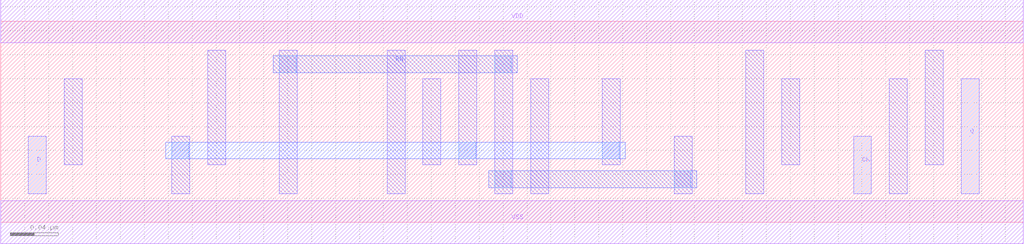
<source format=lef>
VERSION 5.8 ;
BUSBITCHARS "[]" ;
DIVIDERCHAR "/" ;
CLEARANCEMEASURE EUCLIDEAN ;

SITE coresite
    SIZE 0.0450 BY 0.1680 ;
    CLASS CORE ;
    SYMMETRY Y ;
END coresite

MACRO AOI22_X2_7T_3F_45CPP_24M0P_30M1P_24M2P_2MPO_ET_M0
  CLASS CORE ;
  ORIGIN 0 0 ;
  FOREIGN AOI22_X2_7T_3F_45CPP_24M0P_30M1P_24M2P_2MPO_ET_M0 0 0 ;
  SIZE 0.4500 BY 0.1680 ;
  SYMMETRY X Y ;
  SITE coresite ;
  PIN A1
    DIRECTION INPUT ;
    USE SIGNAL ;
    PORT
      LAYER M1 ;
        RECT 0.3825 0.0960 0.3975 0.0480 ;
    END
  END A1
  PIN A2
    DIRECTION INPUT ;
    USE SIGNAL ;
    PORT
      LAYER M1 ;
        RECT 0.2625 0.0720 0.2775 0.0240 ;
    END
  END A2
  PIN ZN
    DIRECTION OUTPUT ;
    USE SIGNAL ;
    PORT
      LAYER M1 ;
        RECT 0.3525 0.1440 0.3675 0.0240 ;
    END
  END ZN
  PIN B1
    DIRECTION INPUT ;
    USE SIGNAL ;
    PORT
      LAYER M1 ;
        RECT 0.0525 0.0960 0.0675 0.0480 ;
    END
  END B1
  PIN B2
    DIRECTION INPUT ;
    USE SIGNAL ;
    PORT
      LAYER M1 ;
        RECT 0.1725 0.0720 0.1875 0.0240 ;
    END
  END B2
  PIN VDD
    DIRECTION INOUT ;
    USE POWER ;
    SHAPE ABUTMENT ;
    PORT
      LAYER M0 ;
        RECT 0.0000 0.1500 0.4500 0.1860 ;
    END
  END VDD
  PIN VSS
    DIRECTION INOUT ;
    USE GROUND ;
    SHAPE ABUTMENT ;
    PORT
      LAYER M0 ;
        RECT 0.0000 -0.0180 0.4500 0.0180 ;
    END
  END VSS
  OBS
      LAYER M1 ;
        RECT 0.0225 0.0720 0.0375 0.0240 ;
        RECT 0.2025 0.1440 0.2175 0.0960 ;
        RECT 0.4125 0.0720 0.4275 0.0240 ;
        RECT 0.1425 0.1200 0.1575 0.0720 ;
        RECT 0.0825 0.1200 0.0975 0.0240 ;
        RECT 0.2925 0.1440 0.3075 0.0720 ;
  END
END AOI22_X2_7T_3F_45CPP_24M0P_30M1P_24M2P_2MPO_ET_M0

MACRO NAND2_X2_7T_3F_45CPP_24M0P_30M1P_24M2P_2MPO_ET_M0
  CLASS CORE ;
  ORIGIN 0 0 ;
  FOREIGN NAND2_X2_7T_3F_45CPP_24M0P_30M1P_24M2P_2MPO_ET_M0 0 0 ;
  SIZE 0.2250 BY 0.1680 ;
  SYMMETRY X Y ;
  SITE coresite ;
  PIN A2
    DIRECTION INPUT ;
    USE SIGNAL ;
    PORT
      LAYER M1 ;
        RECT 0.0825 0.0720 0.0975 0.0240 ;
    END
  END A2
  PIN A1
    DIRECTION INPUT ;
    USE SIGNAL ;
    PORT
      LAYER M1 ;
        RECT 0.1725 0.1200 0.1875 0.0720 ;
    END
  END A1
  PIN ZN
    DIRECTION OUTPUT ;
    USE SIGNAL ;
    PORT
      LAYER M1 ;
        RECT 0.1425 0.1200 0.1575 0.0480 ;
    END
  END ZN
  PIN VDD
    DIRECTION INOUT ;
    USE POWER ;
    SHAPE ABUTMENT ;
    PORT
      LAYER M0 ;
        RECT 0.0000 0.1500 0.2250 0.1860 ;
    END
  END VDD
  PIN VSS
    DIRECTION INOUT ;
    USE GROUND ;
    SHAPE ABUTMENT ;
    PORT
      LAYER M0 ;
        RECT 0.0000 -0.0180 0.2250 0.0180 ;
    END
  END VSS
END NAND2_X2_7T_3F_45CPP_24M0P_30M1P_24M2P_2MPO_ET_M0

MACRO BUF_X2_7T_3F_45CPP_24M0P_30M1P_24M2P_2MPO_ET_M0
  CLASS CORE ;
  ORIGIN 0 0 ;
  FOREIGN BUF_X2_7T_3F_45CPP_24M0P_30M1P_24M2P_2MPO_ET_M0 0 0 ;
  SIZE 0.1800 BY 0.1680 ;
  SYMMETRY X Y ;
  SITE coresite ;
  PIN Z
    DIRECTION OUTPUT ;
    USE SIGNAL ;
    PORT
      LAYER M1 ;
        RECT 0.1125 0.1200 0.1275 0.0240 ;
    END
  END Z
  PIN I
    DIRECTION INPUT ;
    USE SIGNAL ;
    PORT
      LAYER M1 ;
        RECT 0.0525 0.0720 0.0675 0.0240 ;
    END
  END I
  PIN VDD
    DIRECTION INOUT ;
    USE POWER ;
    SHAPE ABUTMENT ;
    PORT
      LAYER M0 ;
        RECT 0.0000 0.1500 0.1800 0.1860 ;
    END
  END VDD
  PIN VSS
    DIRECTION INOUT ;
    USE GROUND ;
    SHAPE ABUTMENT ;
    PORT
      LAYER M0 ;
        RECT 0.0000 -0.0180 0.1800 0.0180 ;
    END
  END VSS
  OBS
      LAYER M1 ;
        RECT 0.0225 0.1200 0.0375 0.0480 ;
  END
END BUF_X2_7T_3F_45CPP_24M0P_30M1P_24M2P_2MPO_ET_M0

MACRO NOR3_X1_7T_3F_45CPP_24M0P_30M1P_24M2P_2MPO_ET_M0
  CLASS CORE ;
  ORIGIN 0 0 ;
  FOREIGN NOR3_X1_7T_3F_45CPP_24M0P_30M1P_24M2P_2MPO_ET_M0 0 0 ;
  SIZE 0.1800 BY 0.1680 ;
  SYMMETRY X Y ;
  SITE coresite ;
  PIN A3
    DIRECTION INPUT ;
    USE SIGNAL ;
    PORT
      LAYER M1 ;
        RECT 0.1425 0.0720 0.1575 0.0240 ;
    END
  END A3
  PIN A2
    DIRECTION INPUT ;
    USE SIGNAL ;
    PORT
      LAYER M1 ;
        RECT 0.0825 0.1200 0.0975 0.0720 ;
    END
  END A2
  PIN A1
    DIRECTION INPUT ;
    USE SIGNAL ;
    PORT
      LAYER M1 ;
        RECT 0.0525 0.0720 0.0675 0.0240 ;
    END
  END A1
  PIN ZN
    DIRECTION OUTPUT ;
    USE SIGNAL ;
    PORT
      LAYER M1 ;
        RECT 0.0225 0.1200 0.0375 0.0480 ;
    END
  END ZN
  PIN VDD
    DIRECTION INOUT ;
    USE POWER ;
    SHAPE ABUTMENT ;
    PORT
      LAYER M0 ;
        RECT 0.0000 0.1500 0.1800 0.1860 ;
    END
  END VDD
  PIN VSS
    DIRECTION INOUT ;
    USE GROUND ;
    SHAPE ABUTMENT ;
    PORT
      LAYER M0 ;
        RECT 0.0000 -0.0180 0.1800 0.0180 ;
    END
  END VSS
END NOR3_X1_7T_3F_45CPP_24M0P_30M1P_24M2P_2MPO_ET_M0

MACRO NAND4_X2_7T_3F_45CPP_24M0P_30M1P_24M2P_2MPO_ET_M0
  CLASS CORE ;
  ORIGIN 0 0 ;
  FOREIGN NAND4_X2_7T_3F_45CPP_24M0P_30M1P_24M2P_2MPO_ET_M0 0 0 ;
  SIZE 0.4500 BY 0.1680 ;
  SYMMETRY X Y ;
  SITE coresite ;
  PIN ZN
    DIRECTION OUTPUT ;
    USE SIGNAL ;
    PORT
      LAYER M1 ;
        RECT 0.3525 0.1200 0.3675 0.0240 ;
    END
  END ZN
  PIN A1
    DIRECTION INPUT ;
    USE SIGNAL ;
    PORT
      LAYER M1 ;
        RECT 0.3825 0.0960 0.3975 0.0480 ;
    END
  END A1
  PIN A2
    DIRECTION INPUT ;
    USE SIGNAL ;
    PORT
      LAYER M1 ;
        RECT 0.2625 0.0960 0.2775 0.0480 ;
    END
  END A2
  PIN A3
    DIRECTION INPUT ;
    USE SIGNAL ;
    PORT
      LAYER M1 ;
        RECT 0.0525 0.0960 0.0675 0.0480 ;
    END
  END A3
  PIN A4
    DIRECTION INPUT ;
    USE SIGNAL ;
    PORT
      LAYER M1 ;
        RECT 0.1425 0.0720 0.1575 0.0240 ;
    END
  END A4
  PIN VDD
    DIRECTION INOUT ;
    USE POWER ;
    SHAPE ABUTMENT ;
    PORT
      LAYER M0 ;
        RECT 0.0000 0.1500 0.4500 0.1860 ;
    END
  END VDD
  PIN VSS
    DIRECTION INOUT ;
    USE GROUND ;
    SHAPE ABUTMENT ;
    PORT
      LAYER M0 ;
        RECT 0.0000 -0.0180 0.4500 0.0180 ;
    END
  END VSS
  OBS
      LAYER M1 ;
        RECT 0.0825 0.1440 0.0975 0.0240 ;
        RECT 0.2325 0.1440 0.2475 0.0240 ;
        RECT 0.0225 0.0720 0.0375 0.0240 ;
        RECT 0.4125 0.0720 0.4275 0.0240 ;
  END
END NAND4_X2_7T_3F_45CPP_24M0P_30M1P_24M2P_2MPO_ET_M0

MACRO AND2_X2_7T_3F_45CPP_24M0P_30M1P_24M2P_2MPO_ET_M0
  CLASS CORE ;
  ORIGIN 0 0 ;
  FOREIGN AND2_X2_7T_3F_45CPP_24M0P_30M1P_24M2P_2MPO_ET_M0 0 0 ;
  SIZE 0.2250 BY 0.1680 ;
  SYMMETRY X Y ;
  SITE coresite ;
  PIN Z
    DIRECTION OUTPUT ;
    USE SIGNAL ;
    PORT
      LAYER M1 ;
        RECT 0.1425 0.1200 0.1575 0.0480 ;
    END
  END Z
  PIN A1
    DIRECTION INPUT ;
    USE SIGNAL ;
    PORT
      LAYER M1 ;
        RECT 0.0225 0.0960 0.0375 0.0480 ;
    END
  END A1
  PIN A2
    DIRECTION INPUT ;
    USE SIGNAL ;
    PORT
      LAYER M1 ;
        RECT 0.0825 0.0720 0.0975 0.0240 ;
    END
  END A2
  PIN VDD
    DIRECTION INOUT ;
    USE POWER ;
    SHAPE ABUTMENT ;
    PORT
      LAYER M0 ;
        RECT 0.0000 0.1500 0.2250 0.1860 ;
    END
  END VDD
  PIN VSS
    DIRECTION INOUT ;
    USE GROUND ;
    SHAPE ABUTMENT ;
    PORT
      LAYER M0 ;
        RECT 0.0000 -0.0180 0.2250 0.0180 ;
    END
  END VSS
  OBS
      LAYER M1 ;
        RECT 0.0525 0.1200 0.0675 0.0240 ;
  END
END AND2_X2_7T_3F_45CPP_24M0P_30M1P_24M2P_2MPO_ET_M0

MACRO OR3_X1_7T_3F_45CPP_24M0P_30M1P_24M2P_2MPO_ET_M0
  CLASS CORE ;
  ORIGIN 0 0 ;
  FOREIGN OR3_X1_7T_3F_45CPP_24M0P_30M1P_24M2P_2MPO_ET_M0 0 0 ;
  SIZE 0.2250 BY 0.1680 ;
  SYMMETRY X Y ;
  SITE coresite ;
  PIN Z
    DIRECTION OUTPUT ;
    USE SIGNAL ;
    PORT
      LAYER M1 ;
        RECT 0.1725 0.1200 0.1875 0.0240 ;
    END
  END Z
  PIN A1
    DIRECTION INPUT ;
    USE SIGNAL ;
    PORT
      LAYER M1 ;
        RECT 0.0525 0.0720 0.0675 0.0240 ;
    END
  END A1
  PIN A2
    DIRECTION INPUT ;
    USE SIGNAL ;
    PORT
      LAYER M1 ;
        RECT 0.0825 0.0960 0.0975 0.0480 ;
    END
  END A2
  PIN A3
    DIRECTION INPUT ;
    USE SIGNAL ;
    PORT
      LAYER M1 ;
        RECT 0.1125 0.0720 0.1275 0.0240 ;
    END
  END A3
  PIN VDD
    DIRECTION INOUT ;
    USE POWER ;
    SHAPE ABUTMENT ;
    PORT
      LAYER M0 ;
        RECT 0.0000 0.1500 0.2250 0.1860 ;
    END
  END VDD
  PIN VSS
    DIRECTION INOUT ;
    USE GROUND ;
    SHAPE ABUTMENT ;
    PORT
      LAYER M0 ;
        RECT 0.0000 -0.0180 0.2250 0.0180 ;
    END
  END VSS
  OBS
      LAYER M1 ;
        RECT 0.0225 0.1200 0.0375 0.0480 ;
  END
END OR3_X1_7T_3F_45CPP_24M0P_30M1P_24M2P_2MPO_ET_M0

MACRO OAI22_X1_7T_3F_45CPP_24M0P_30M1P_24M2P_2MPO_ET_M0
  CLASS CORE ;
  ORIGIN 0 0 ;
  FOREIGN OAI22_X1_7T_3F_45CPP_24M0P_30M1P_24M2P_2MPO_ET_M0 0 0 ;
  SIZE 0.2250 BY 0.1680 ;
  SYMMETRY X Y ;
  SITE coresite ;
  PIN A2
    DIRECTION INPUT ;
    USE SIGNAL ;
    PORT
      LAYER M1 ;
        RECT 0.2025 0.0960 0.2175 0.0480 ;
    END
  END A2
  PIN ZN
    DIRECTION OUTPUT ;
    USE SIGNAL ;
    PORT
      LAYER M1 ;
        RECT 0.1725 0.1200 0.1875 0.0480 ;
    END
  END ZN
  PIN A1
    DIRECTION INPUT ;
    USE SIGNAL ;
    PORT
      LAYER M1 ;
        RECT 0.1125 0.0960 0.1275 0.0480 ;
    END
  END A1
  PIN B1
    DIRECTION INPUT ;
    USE SIGNAL ;
    PORT
      LAYER M1 ;
        RECT 0.0825 0.0960 0.0975 0.0480 ;
    END
  END B1
  PIN B2
    DIRECTION INPUT ;
    USE SIGNAL ;
    PORT
      LAYER M1 ;
        RECT 0.0225 0.0720 0.0375 0.0240 ;
    END
  END B2
  PIN VDD
    DIRECTION INOUT ;
    USE POWER ;
    SHAPE ABUTMENT ;
    PORT
      LAYER M0 ;
        RECT 0.0000 0.1500 0.2250 0.1860 ;
    END
  END VDD
  PIN VSS
    DIRECTION INOUT ;
    USE GROUND ;
    SHAPE ABUTMENT ;
    PORT
      LAYER M0 ;
        RECT 0.0000 -0.0180 0.2250 0.0180 ;
    END
  END VSS
END OAI22_X1_7T_3F_45CPP_24M0P_30M1P_24M2P_2MPO_ET_M0

MACRO NOR4_X1_7T_3F_45CPP_24M0P_30M1P_24M2P_2MPO_ET_M0
  CLASS CORE ;
  ORIGIN 0 0 ;
  FOREIGN NOR4_X1_7T_3F_45CPP_24M0P_30M1P_24M2P_2MPO_ET_M0 0 0 ;
  SIZE 0.2250 BY 0.1680 ;
  SYMMETRY X Y ;
  SITE coresite ;
  PIN A4
    DIRECTION INPUT ;
    USE SIGNAL ;
    PORT
      LAYER M1 ;
        RECT 0.1725 0.0720 0.1875 0.0240 ;
    END
  END A4
  PIN A3
    DIRECTION INPUT ;
    USE SIGNAL ;
    PORT
      LAYER M1 ;
        RECT 0.1125 0.0720 0.1275 0.0240 ;
    END
  END A3
  PIN A2
    DIRECTION INPUT ;
    USE SIGNAL ;
    PORT
      LAYER M1 ;
        RECT 0.0825 0.0960 0.0975 0.0480 ;
    END
  END A2
  PIN A1
    DIRECTION INPUT ;
    USE SIGNAL ;
    PORT
      LAYER M1 ;
        RECT 0.0525 0.0720 0.0675 0.0240 ;
    END
  END A1
  PIN ZN
    DIRECTION OUTPUT ;
    USE SIGNAL ;
    PORT
      LAYER M1 ;
        RECT 0.0225 0.1200 0.0375 0.0480 ;
    END
  END ZN
  PIN VDD
    DIRECTION INOUT ;
    USE POWER ;
    SHAPE ABUTMENT ;
    PORT
      LAYER M0 ;
        RECT 0.0000 0.1500 0.2250 0.1860 ;
    END
  END VDD
  PIN VSS
    DIRECTION INOUT ;
    USE GROUND ;
    SHAPE ABUTMENT ;
    PORT
      LAYER M0 ;
        RECT 0.0000 -0.0180 0.2250 0.0180 ;
    END
  END VSS
END NOR4_X1_7T_3F_45CPP_24M0P_30M1P_24M2P_2MPO_ET_M0

MACRO NAND3_X2_7T_3F_45CPP_24M0P_30M1P_24M2P_2MPO_ET_M0
  CLASS CORE ;
  ORIGIN 0 0 ;
  FOREIGN NAND3_X2_7T_3F_45CPP_24M0P_30M1P_24M2P_2MPO_ET_M0 0 0 ;
  SIZE 0.3600 BY 0.1680 ;
  SYMMETRY X Y ;
  SITE coresite ;
  PIN A1
    DIRECTION INPUT ;
    USE SIGNAL ;
    PORT
      LAYER M1 ;
        RECT 0.2325 0.0960 0.2475 0.0480 ;
    END
  END A1
  PIN ZN
    DIRECTION OUTPUT ;
    USE SIGNAL ;
    PORT
      LAYER M1 ;
        RECT 0.2925 0.1440 0.3075 0.0480 ;
    END
  END ZN
  PIN A2
    DIRECTION INPUT ;
    USE SIGNAL ;
    PORT
      LAYER M1 ;
        RECT 0.1425 0.0960 0.1575 0.0480 ;
    END
  END A2
  PIN A3
    DIRECTION INPUT ;
    USE SIGNAL ;
    PORT
      LAYER M1 ;
        RECT 0.0525 0.0960 0.0675 0.0480 ;
    END
  END A3
  PIN VDD
    DIRECTION INOUT ;
    USE POWER ;
    SHAPE ABUTMENT ;
    PORT
      LAYER M0 ;
        RECT 0.0000 0.1500 0.3600 0.1860 ;
    END
  END VDD
  PIN VSS
    DIRECTION INOUT ;
    USE GROUND ;
    SHAPE ABUTMENT ;
    PORT
      LAYER M0 ;
        RECT 0.0000 -0.0180 0.3600 0.0180 ;
    END
  END VSS
  OBS
      LAYER M1 ;
        RECT 0.2625 0.1200 0.2775 0.0240 ;
        RECT 0.1725 0.1200 0.1875 0.0480 ;
  END
END NAND3_X2_7T_3F_45CPP_24M0P_30M1P_24M2P_2MPO_ET_M0

MACRO OAI21_X2_7T_3F_45CPP_24M0P_30M1P_24M2P_2MPO_ET_M0
  CLASS CORE ;
  ORIGIN 0 0 ;
  FOREIGN OAI21_X2_7T_3F_45CPP_24M0P_30M1P_24M2P_2MPO_ET_M0 0 0 ;
  SIZE 0.3600 BY 0.1680 ;
  SYMMETRY X Y ;
  SITE coresite ;
  PIN A2
    DIRECTION INPUT ;
    USE SIGNAL ;
    PORT
      LAYER M1 ;
        RECT 0.0825 0.0960 0.0975 0.0480 ;
    END
  END A2
  PIN A1
    DIRECTION INPUT ;
    USE SIGNAL ;
    PORT
      LAYER M1 ;
        RECT 0.2925 0.0960 0.3075 0.0480 ;
    END
  END A1
  PIN ZN
    DIRECTION OUTPUT ;
    USE SIGNAL ;
    PORT
      LAYER M1 ;
        RECT 0.2625 0.1200 0.2775 0.0240 ;
    END
  END ZN
  PIN B
    DIRECTION INPUT ;
    USE SIGNAL ;
    PORT
      LAYER M1 ;
        RECT 0.1725 0.0720 0.1875 0.0240 ;
    END
  END B
  PIN VDD
    DIRECTION INOUT ;
    USE POWER ;
    SHAPE ABUTMENT ;
    PORT
      LAYER M0 ;
        RECT 0.0000 0.1500 0.3600 0.1860 ;
    END
  END VDD
  PIN VSS
    DIRECTION INOUT ;
    USE GROUND ;
    SHAPE ABUTMENT ;
    PORT
      LAYER M0 ;
        RECT 0.0000 -0.0180 0.3600 0.0180 ;
    END
  END VSS
  OBS
      LAYER M1 ;
        RECT 0.3225 0.0720 0.3375 0.0240 ;
        RECT 0.1125 0.1200 0.1275 0.0240 ;
  END
END OAI21_X2_7T_3F_45CPP_24M0P_30M1P_24M2P_2MPO_ET_M0

MACRO NOR2_X1_7T_3F_45CPP_24M0P_30M1P_24M2P_2MPO_ET_M0
  CLASS CORE ;
  ORIGIN 0 0 ;
  FOREIGN NOR2_X1_7T_3F_45CPP_24M0P_30M1P_24M2P_2MPO_ET_M0 0 0 ;
  SIZE 0.1350 BY 0.1680 ;
  SYMMETRY X Y ;
  SITE coresite ;
  PIN A2
    DIRECTION INPUT ;
    USE SIGNAL ;
    PORT
      LAYER M1 ;
        RECT 0.0825 0.0720 0.0975 0.0240 ;
    END
  END A2
  PIN A1
    DIRECTION INPUT ;
    USE SIGNAL ;
    PORT
      LAYER M1 ;
        RECT 0.0225 0.0720 0.0375 0.0240 ;
    END
  END A1
  PIN ZN
    DIRECTION OUTPUT ;
    USE SIGNAL ;
    PORT
      LAYER M1 ;
        RECT 0.0525 0.1200 0.0675 0.0240 ;
    END
  END ZN
  PIN VDD
    DIRECTION INOUT ;
    USE POWER ;
    SHAPE ABUTMENT ;
    PORT
      LAYER M0 ;
        RECT 0.0000 0.1500 0.1350 0.1860 ;
    END
  END VDD
  PIN VSS
    DIRECTION INOUT ;
    USE GROUND ;
    SHAPE ABUTMENT ;
    PORT
      LAYER M0 ;
        RECT 0.0000 -0.0180 0.1350 0.0180 ;
    END
  END VSS
END NOR2_X1_7T_3F_45CPP_24M0P_30M1P_24M2P_2MPO_ET_M0

MACRO AND3_X2_7T_3F_45CPP_24M0P_30M1P_24M2P_2MPO_ET_M0
  CLASS CORE ;
  ORIGIN 0 0 ;
  FOREIGN AND3_X2_7T_3F_45CPP_24M0P_30M1P_24M2P_2MPO_ET_M0 0 0 ;
  SIZE 0.2700 BY 0.1680 ;
  SYMMETRY X Y ;
  SITE coresite ;
  PIN Z
    DIRECTION OUTPUT ;
    USE SIGNAL ;
    PORT
      LAYER M1 ;
        RECT 0.2025 0.1200 0.2175 0.0240 ;
    END
  END Z
  PIN A3
    DIRECTION INPUT ;
    USE SIGNAL ;
    PORT
      LAYER M1 ;
        RECT 0.1425 0.0720 0.1575 0.0240 ;
    END
  END A3
  PIN A1
    DIRECTION INPUT ;
    USE SIGNAL ;
    PORT
      LAYER M1 ;
        RECT 0.0525 0.1200 0.0675 0.0720 ;
    END
  END A1
  PIN A2
    DIRECTION INPUT ;
    USE SIGNAL ;
    PORT
      LAYER M1 ;
        RECT 0.0825 0.0720 0.0975 0.0240 ;
    END
  END A2
  PIN VDD
    DIRECTION INOUT ;
    USE POWER ;
    SHAPE ABUTMENT ;
    PORT
      LAYER M0 ;
        RECT 0.0000 0.1500 0.2700 0.1860 ;
    END
  END VDD
  PIN VSS
    DIRECTION INOUT ;
    USE GROUND ;
    SHAPE ABUTMENT ;
    PORT
      LAYER M0 ;
        RECT 0.0000 -0.0180 0.2700 0.0180 ;
    END
  END VSS
  OBS
      LAYER M1 ;
        RECT 0.0225 0.1200 0.0375 0.0240 ;
  END
END AND3_X2_7T_3F_45CPP_24M0P_30M1P_24M2P_2MPO_ET_M0

MACRO OR2_X1_7T_3F_45CPP_24M0P_30M1P_24M2P_2MPO_ET_M0
  CLASS CORE ;
  ORIGIN 0 0 ;
  FOREIGN OR2_X1_7T_3F_45CPP_24M0P_30M1P_24M2P_2MPO_ET_M0 0 0 ;
  SIZE 0.1800 BY 0.1680 ;
  SYMMETRY X Y ;
  SITE coresite ;
  PIN Z
    DIRECTION OUTPUT ;
    USE SIGNAL ;
    PORT
      LAYER M1 ;
        RECT 0.1425 0.1200 0.1575 0.0240 ;
    END
  END Z
  PIN A1
    DIRECTION INPUT ;
    USE SIGNAL ;
    PORT
      LAYER M1 ;
        RECT 0.0225 0.0720 0.0375 0.0240 ;
    END
  END A1
  PIN A2
    DIRECTION INPUT ;
    USE SIGNAL ;
    PORT
      LAYER M1 ;
        RECT 0.0825 0.0720 0.0975 0.0240 ;
    END
  END A2
  PIN VDD
    DIRECTION INOUT ;
    USE POWER ;
    SHAPE ABUTMENT ;
    PORT
      LAYER M0 ;
        RECT 0.0000 0.1500 0.1800 0.1860 ;
    END
  END VDD
  PIN VSS
    DIRECTION INOUT ;
    USE GROUND ;
    SHAPE ABUTMENT ;
    PORT
      LAYER M0 ;
        RECT 0.0000 -0.0180 0.1800 0.0180 ;
    END
  END VSS
  OBS
      LAYER M1 ;
        RECT 0.0525 0.1200 0.0675 0.0480 ;
  END
END OR2_X1_7T_3F_45CPP_24M0P_30M1P_24M2P_2MPO_ET_M0

MACRO AOI21_X1_7T_3F_45CPP_24M0P_30M1P_24M2P_2MPO_ET_M0
  CLASS CORE ;
  ORIGIN 0 0 ;
  FOREIGN AOI21_X1_7T_3F_45CPP_24M0P_30M1P_24M2P_2MPO_ET_M0 0 0 ;
  SIZE 0.1800 BY 0.1680 ;
  SYMMETRY X Y ;
  SITE coresite ;
  PIN B
    DIRECTION INPUT ;
    USE SIGNAL ;
    PORT
      LAYER M1 ;
        RECT 0.1425 0.0720 0.1575 0.0240 ;
    END
  END B
  PIN ZN
    DIRECTION OUTPUT ;
    USE SIGNAL ;
    PORT
      LAYER M1 ;
        RECT 0.0825 0.1200 0.0975 0.0480 ;
    END
  END ZN
  PIN A1
    DIRECTION INPUT ;
    USE SIGNAL ;
    PORT
      LAYER M1 ;
        RECT 0.0525 0.0720 0.0675 0.0240 ;
    END
  END A1
  PIN A2
    DIRECTION INPUT ;
    USE SIGNAL ;
    PORT
      LAYER M1 ;
        RECT 0.0225 0.0720 0.0375 0.0240 ;
    END
  END A2
  PIN VDD
    DIRECTION INOUT ;
    USE POWER ;
    SHAPE ABUTMENT ;
    PORT
      LAYER M0 ;
        RECT 0.0000 0.1500 0.1800 0.1860 ;
    END
  END VDD
  PIN VSS
    DIRECTION INOUT ;
    USE GROUND ;
    SHAPE ABUTMENT ;
    PORT
      LAYER M0 ;
        RECT 0.0000 -0.0180 0.1800 0.0180 ;
    END
  END VSS
END AOI21_X1_7T_3F_45CPP_24M0P_30M1P_24M2P_2MPO_ET_M0

MACRO INV_X2_7T_3F_45CPP_24M0P_30M1P_24M2P_2MPO_ET_M0
  CLASS CORE ;
  ORIGIN 0 0 ;
  FOREIGN INV_X2_7T_3F_45CPP_24M0P_30M1P_24M2P_2MPO_ET_M0 0 0 ;
  SIZE 0.1350 BY 0.1680 ;
  SYMMETRY X Y ;
  SITE coresite ;
  PIN ZN
    DIRECTION OUTPUT ;
    USE SIGNAL ;
    PORT
      LAYER M1 ;
        RECT 0.0825 0.1200 0.0975 0.0480 ;
    END
  END ZN
  PIN I
    DIRECTION INPUT ;
    USE SIGNAL ;
    PORT
      LAYER M1 ;
        RECT 0.0525 0.0720 0.0675 0.0240 ;
    END
  END I
  PIN VDD
    DIRECTION INOUT ;
    USE POWER ;
    SHAPE ABUTMENT ;
    PORT
      LAYER M0 ;
        RECT 0.0000 0.1500 0.1350 0.1860 ;
    END
  END VDD
  PIN VSS
    DIRECTION INOUT ;
    USE GROUND ;
    SHAPE ABUTMENT ;
    PORT
      LAYER M0 ;
        RECT 0.0000 -0.0180 0.1350 0.0180 ;
    END
  END VSS
END INV_X2_7T_3F_45CPP_24M0P_30M1P_24M2P_2MPO_ET_M0

MACRO DFFRNQ_X1_7T_3F_45CPP_24M0P_30M1P_24M2P_2MPO_ET_M0
  CLASS CORE ;
  ORIGIN 0 0 ;
  FOREIGN DFFRNQ_X1_7T_3F_45CPP_24M0P_30M1P_24M2P_2MPO_ET_M0 0 0 ;
  SIZE 0.8550 BY 0.1680 ;
  SYMMETRY X Y ;
  SITE coresite ;
  PIN Q
    DIRECTION OUTPUT ;
    USE SIGNAL ;
    PORT
      LAYER M1 ;
        RECT 0.8025 0.1200 0.8175 0.0240 ;
    END
  END Q
  PIN RN
    DIRECTION INPUT ;
    USE SIGNAL ;
    PORT
      LAYER M2 ;
        RECT 0.4080 0.0290 0.5820 0.0430 ;
        RECT 0.2280 0.1250 0.4320 0.1390 ;
    END
  END RN
  PIN D
    DIRECTION INPUT ;
    USE SIGNAL ;
    PORT
      LAYER M1 ;
        RECT 0.0225 0.0720 0.0375 0.0240 ;
    END
  END D
  PIN CK
    DIRECTION INPUT ;
    USE SIGNAL ;
    PORT
      LAYER M1 ;
        RECT 0.7125 0.0720 0.7275 0.0240 ;
    END
  END CK
  PIN VDD
    DIRECTION INOUT ;
    USE POWER ;
    SHAPE ABUTMENT ;
    PORT
      LAYER M0 ;
        RECT 0.0000 0.1500 0.8550 0.1860 ;
    END
  END VDD
  PIN VSS
    DIRECTION INOUT ;
    USE GROUND ;
    SHAPE ABUTMENT ;
    PORT
      LAYER M0 ;
        RECT 0.0000 -0.0180 0.8550 0.0180 ;
    END
  END VSS
  OBS
      LAYER V1 ;
        RECT 0.5030 0.0530 0.5170 0.0670 ;
        RECT 0.3830 0.0530 0.3970 0.0670 ;
        RECT 0.1430 0.0530 0.1570 0.0670 ;
        RECT 0.5630 0.0290 0.5770 0.0430 ;
        RECT 0.4130 0.0290 0.4270 0.0430 ;
        RECT 0.4130 0.1250 0.4270 0.1390 ;
        RECT 0.2330 0.1250 0.2470 0.1390 ;
      LAYER M1 ;
        RECT 0.4425 0.1200 0.4575 0.0240 ;
        RECT 0.6225 0.1440 0.6375 0.0240 ;
        RECT 0.1725 0.1440 0.1875 0.0480 ;
        RECT 0.3825 0.1440 0.3975 0.0480 ;
        RECT 0.7425 0.1200 0.7575 0.0240 ;
        RECT 0.5025 0.1200 0.5175 0.0480 ;
        RECT 0.3525 0.1200 0.3675 0.0480 ;
        RECT 0.6525 0.1200 0.6675 0.0480 ;
        RECT 0.0525 0.1200 0.0675 0.0480 ;
        RECT 0.3225 0.1440 0.3375 0.0240 ;
        RECT 0.7725 0.1440 0.7875 0.0480 ;
        RECT 0.1425 0.0720 0.1575 0.0240 ;
        RECT 0.4125 0.1440 0.4275 0.0240 ;
        RECT 0.2325 0.1440 0.2475 0.0240 ;
        RECT 0.5625 0.0720 0.5775 0.0240 ;
      LAYER M2 ;
        RECT 0.1380 0.0530 0.5220 0.0670 ;
  END
END DFFRNQ_X1_7T_3F_45CPP_24M0P_30M1P_24M2P_2MPO_ET_M0

MACRO OR3_X2_7T_3F_45CPP_24M0P_30M1P_24M2P_2MPO_ET_M0
  CLASS CORE ;
  ORIGIN 0 0 ;
  FOREIGN OR3_X2_7T_3F_45CPP_24M0P_30M1P_24M2P_2MPO_ET_M0 0 0 ;
  SIZE 0.2700 BY 0.1680 ;
  SYMMETRY X Y ;
  SITE coresite ;
  PIN Z
    DIRECTION OUTPUT ;
    USE SIGNAL ;
    PORT
      LAYER M1 ;
        RECT 0.2025 0.1200 0.2175 0.0240 ;
    END
  END Z
  PIN A3
    DIRECTION INPUT ;
    USE SIGNAL ;
    PORT
      LAYER M1 ;
        RECT 0.1425 0.0720 0.1575 0.0240 ;
    END
  END A3
  PIN A1
    DIRECTION INPUT ;
    USE SIGNAL ;
    PORT
      LAYER M1 ;
        RECT 0.0525 0.0960 0.0675 0.0480 ;
    END
  END A1
  PIN A2
    DIRECTION INPUT ;
    USE SIGNAL ;
    PORT
      LAYER M1 ;
        RECT 0.0825 0.0720 0.0975 0.0240 ;
    END
  END A2
  PIN VDD
    DIRECTION INOUT ;
    USE POWER ;
    SHAPE ABUTMENT ;
    PORT
      LAYER M0 ;
        RECT 0.0000 0.1500 0.2700 0.1860 ;
    END
  END VDD
  PIN VSS
    DIRECTION INOUT ;
    USE GROUND ;
    SHAPE ABUTMENT ;
    PORT
      LAYER M0 ;
        RECT 0.0000 -0.0180 0.2700 0.0180 ;
    END
  END VSS
  OBS
      LAYER M1 ;
        RECT 0.0225 0.1440 0.0375 0.0240 ;
  END
END OR3_X2_7T_3F_45CPP_24M0P_30M1P_24M2P_2MPO_ET_M0

MACRO OAI22_X2_7T_3F_45CPP_24M0P_30M1P_24M2P_2MPO_ET_M0
  CLASS CORE ;
  ORIGIN 0 0 ;
  FOREIGN OAI22_X2_7T_3F_45CPP_24M0P_30M1P_24M2P_2MPO_ET_M0 0 0 ;
  SIZE 0.4500 BY 0.1680 ;
  SYMMETRY X Y ;
  SITE coresite ;
  PIN A1
    DIRECTION INPUT ;
    USE SIGNAL ;
    PORT
      LAYER M1 ;
        RECT 0.2925 0.0960 0.3075 0.0480 ;
    END
  END A1
  PIN ZN
    DIRECTION OUTPUT ;
    USE SIGNAL ;
    PORT
      LAYER M1 ;
        RECT 0.2625 0.1440 0.2775 0.0240 ;
    END
  END ZN
  PIN A2
    DIRECTION INPUT ;
    USE SIGNAL ;
    PORT
      LAYER M1 ;
        RECT 0.3825 0.0960 0.3975 0.0480 ;
    END
  END A2
  PIN B1
    DIRECTION INPUT ;
    USE SIGNAL ;
    PORT
      LAYER M1 ;
        RECT 0.1725 0.0720 0.1875 0.0240 ;
    END
  END B1
  PIN B2
    DIRECTION INPUT ;
    USE SIGNAL ;
    PORT
      LAYER M1 ;
        RECT 0.0525 0.0720 0.0675 0.0240 ;
    END
  END B2
  PIN VDD
    DIRECTION INOUT ;
    USE POWER ;
    SHAPE ABUTMENT ;
    PORT
      LAYER M0 ;
        RECT 0.0000 0.1500 0.4500 0.1860 ;
    END
  END VDD
  PIN VSS
    DIRECTION INOUT ;
    USE GROUND ;
    SHAPE ABUTMENT ;
    PORT
      LAYER M0 ;
        RECT 0.0000 -0.0180 0.4500 0.0180 ;
    END
  END VSS
  OBS
      LAYER M1 ;
        RECT 0.4125 0.0720 0.4275 0.0240 ;
  END
END OAI22_X2_7T_3F_45CPP_24M0P_30M1P_24M2P_2MPO_ET_M0

MACRO INV_X8_7T_3F_45CPP_24M0P_30M1P_24M2P_2MPO_ET_M0
  CLASS CORE ;
  ORIGIN 0 0 ;
  FOREIGN INV_X8_7T_3F_45CPP_24M0P_30M1P_24M2P_2MPO_ET_M0 0 0 ;
  SIZE 0.4050 BY 0.1680 ;
  SYMMETRY X Y ;
  SITE coresite ;
  PIN ZN
    DIRECTION OUTPUT ;
    USE SIGNAL ;
    PORT
      LAYER M1 ;
        RECT 0.1425 0.1200 0.1575 0.0480 ;
    END
  END ZN
  PIN I
    DIRECTION INPUT ;
    USE SIGNAL ;
    PORT
      LAYER M1 ;
        RECT 0.0825 0.0720 0.0975 0.0240 ;
    END
  END I
  PIN VDD
    DIRECTION INOUT ;
    USE POWER ;
    SHAPE ABUTMENT ;
    PORT
      LAYER M0 ;
        RECT 0.0000 0.1500 0.4050 0.1860 ;
    END
  END VDD
  PIN VSS
    DIRECTION INOUT ;
    USE GROUND ;
    SHAPE ABUTMENT ;
    PORT
      LAYER M0 ;
        RECT 0.0000 -0.0180 0.4050 0.0180 ;
    END
  END VSS
END INV_X8_7T_3F_45CPP_24M0P_30M1P_24M2P_2MPO_ET_M0

MACRO AND2_X1_7T_3F_45CPP_24M0P_30M1P_24M2P_2MPO_ET_M0
  CLASS CORE ;
  ORIGIN 0 0 ;
  FOREIGN AND2_X1_7T_3F_45CPP_24M0P_30M1P_24M2P_2MPO_ET_M0 0 0 ;
  SIZE 0.1800 BY 0.1680 ;
  SYMMETRY X Y ;
  SITE coresite ;
  PIN Z
    DIRECTION OUTPUT ;
    USE SIGNAL ;
    PORT
      LAYER M1 ;
        RECT 0.1425 0.1200 0.1575 0.0240 ;
    END
  END Z
  PIN A1
    DIRECTION INPUT ;
    USE SIGNAL ;
    PORT
      LAYER M1 ;
        RECT 0.0225 0.0720 0.0375 0.0240 ;
    END
  END A1
  PIN A2
    DIRECTION INPUT ;
    USE SIGNAL ;
    PORT
      LAYER M1 ;
        RECT 0.0825 0.0720 0.0975 0.0240 ;
    END
  END A2
  PIN VDD
    DIRECTION INOUT ;
    USE POWER ;
    SHAPE ABUTMENT ;
    PORT
      LAYER M0 ;
        RECT 0.0000 0.1500 0.1800 0.1860 ;
    END
  END VDD
  PIN VSS
    DIRECTION INOUT ;
    USE GROUND ;
    SHAPE ABUTMENT ;
    PORT
      LAYER M0 ;
        RECT 0.0000 -0.0180 0.1800 0.0180 ;
    END
  END VSS
  OBS
      LAYER M1 ;
        RECT 0.0525 0.1200 0.0675 0.0480 ;
  END
END AND2_X1_7T_3F_45CPP_24M0P_30M1P_24M2P_2MPO_ET_M0

MACRO INV_X4_7T_3F_45CPP_24M0P_30M1P_24M2P_2MPO_ET_M0
  CLASS CORE ;
  ORIGIN 0 0 ;
  FOREIGN INV_X4_7T_3F_45CPP_24M0P_30M1P_24M2P_2MPO_ET_M0 0 0 ;
  SIZE 0.2250 BY 0.1680 ;
  SYMMETRY X Y ;
  SITE coresite ;
  PIN ZN
    DIRECTION OUTPUT ;
    USE SIGNAL ;
    PORT
      LAYER M1 ;
        RECT 0.1425 0.1200 0.1575 0.0480 ;
    END
  END ZN
  PIN I
    DIRECTION INPUT ;
    USE SIGNAL ;
    PORT
      LAYER M1 ;
        RECT 0.0825 0.0720 0.0975 0.0240 ;
    END
  END I
  PIN VDD
    DIRECTION INOUT ;
    USE POWER ;
    SHAPE ABUTMENT ;
    PORT
      LAYER M0 ;
        RECT 0.0000 0.1500 0.2250 0.1860 ;
    END
  END VDD
  PIN VSS
    DIRECTION INOUT ;
    USE GROUND ;
    SHAPE ABUTMENT ;
    PORT
      LAYER M0 ;
        RECT 0.0000 -0.0180 0.2250 0.0180 ;
    END
  END VSS
END INV_X4_7T_3F_45CPP_24M0P_30M1P_24M2P_2MPO_ET_M0

MACRO NAND4_X1_7T_3F_45CPP_24M0P_30M1P_24M2P_2MPO_ET_M0
  CLASS CORE ;
  ORIGIN 0 0 ;
  FOREIGN NAND4_X1_7T_3F_45CPP_24M0P_30M1P_24M2P_2MPO_ET_M0 0 0 ;
  SIZE 0.2250 BY 0.1680 ;
  SYMMETRY X Y ;
  SITE coresite ;
  PIN ZN
    DIRECTION OUTPUT ;
    USE SIGNAL ;
    PORT
      LAYER M1 ;
        RECT 0.1425 0.1200 0.1575 0.0480 ;
    END
  END ZN
  PIN A1
    DIRECTION INPUT ;
    USE SIGNAL ;
    PORT
      LAYER M1 ;
        RECT 0.1725 0.0720 0.1875 0.0240 ;
    END
  END A1
  PIN A2
    DIRECTION INPUT ;
    USE SIGNAL ;
    PORT
      LAYER M1 ;
        RECT 0.1125 0.0720 0.1275 0.0240 ;
    END
  END A2
  PIN A3
    DIRECTION INPUT ;
    USE SIGNAL ;
    PORT
      LAYER M1 ;
        RECT 0.0825 0.0960 0.0975 0.0480 ;
    END
  END A3
  PIN A4
    DIRECTION INPUT ;
    USE SIGNAL ;
    PORT
      LAYER M1 ;
        RECT 0.0225 0.0720 0.0375 0.0240 ;
    END
  END A4
  PIN VDD
    DIRECTION INOUT ;
    USE POWER ;
    SHAPE ABUTMENT ;
    PORT
      LAYER M0 ;
        RECT 0.0000 0.1500 0.2250 0.1860 ;
    END
  END VDD
  PIN VSS
    DIRECTION INOUT ;
    USE GROUND ;
    SHAPE ABUTMENT ;
    PORT
      LAYER M0 ;
        RECT 0.0000 -0.0180 0.2250 0.0180 ;
    END
  END VSS
END NAND4_X1_7T_3F_45CPP_24M0P_30M1P_24M2P_2MPO_ET_M0

MACRO NOR3_X2_7T_3F_45CPP_24M0P_30M1P_24M2P_2MPO_ET_M0
  CLASS CORE ;
  ORIGIN 0 0 ;
  FOREIGN NOR3_X2_7T_3F_45CPP_24M0P_30M1P_24M2P_2MPO_ET_M0 0 0 ;
  SIZE 0.3600 BY 0.1680 ;
  SYMMETRY X Y ;
  SITE coresite ;
  PIN A3
    DIRECTION INPUT ;
    USE SIGNAL ;
    PORT
      LAYER M1 ;
        RECT 0.2625 0.0720 0.2775 0.0240 ;
    END
  END A3
  PIN A2
    DIRECTION INPUT ;
    USE SIGNAL ;
    PORT
      LAYER M1 ;
        RECT 0.1725 0.0720 0.1875 0.0240 ;
    END
  END A2
  PIN A1
    DIRECTION INPUT ;
    USE SIGNAL ;
    PORT
      LAYER M1 ;
        RECT 0.0525 0.0720 0.0675 0.0240 ;
    END
  END A1
  PIN ZN
    DIRECTION OUTPUT ;
    USE SIGNAL ;
    PORT
      LAYER M1 ;
        RECT 0.0825 0.1200 0.0975 0.0480 ;
    END
  END ZN
  PIN VDD
    DIRECTION INOUT ;
    USE POWER ;
    SHAPE ABUTMENT ;
    PORT
      LAYER M0 ;
        RECT 0.0000 0.1500 0.3600 0.1860 ;
    END
  END VDD
  PIN VSS
    DIRECTION INOUT ;
    USE GROUND ;
    SHAPE ABUTMENT ;
    PORT
      LAYER M0 ;
        RECT 0.0000 -0.0180 0.3600 0.0180 ;
    END
  END VSS
END NOR3_X2_7T_3F_45CPP_24M0P_30M1P_24M2P_2MPO_ET_M0

MACRO XOR2_X1_7T_3F_45CPP_24M0P_30M1P_24M2P_2MPO_ET_M0
  CLASS CORE ;
  ORIGIN 0 0 ;
  FOREIGN XOR2_X1_7T_3F_45CPP_24M0P_30M1P_24M2P_2MPO_ET_M0 0 0 ;
  SIZE 0.2700 BY 0.1680 ;
  SYMMETRY X Y ;
  SITE coresite ;
  PIN Z
    DIRECTION OUTPUT ;
    USE SIGNAL ;
    PORT
      LAYER M1 ;
        RECT 0.1725 0.1200 0.1875 0.0240 ;
    END
  END Z
  PIN A1
    DIRECTION INPUT ;
    USE SIGNAL ;
    PORT
      LAYER M1 ;
        RECT 0.1425 0.1200 0.1575 0.0720 ;
    END
  END A1
  PIN A2
    DIRECTION INPUT ;
    USE SIGNAL ;
    PORT
      LAYER M1 ;
        RECT 0.2325 0.0720 0.2475 0.0240 ;
    END
  END A2
  PIN VDD
    DIRECTION INOUT ;
    USE POWER ;
    SHAPE ABUTMENT ;
    PORT
      LAYER M0 ;
        RECT 0.0000 0.1500 0.2700 0.1860 ;
    END
  END VDD
  PIN VSS
    DIRECTION INOUT ;
    USE GROUND ;
    SHAPE ABUTMENT ;
    PORT
      LAYER M0 ;
        RECT 0.0000 -0.0180 0.2700 0.0180 ;
    END
  END VSS
  OBS
      LAYER M1 ;
        RECT 0.0825 0.1200 0.0975 0.0240 ;
  END
END XOR2_X1_7T_3F_45CPP_24M0P_30M1P_24M2P_2MPO_ET_M0

MACRO LHQ_X1_7T_3F_45CPP_24M0P_30M1P_24M2P_2MPO_ET_M0
  CLASS CORE ;
  ORIGIN 0 0 ;
  FOREIGN LHQ_X1_7T_3F_45CPP_24M0P_30M1P_24M2P_2MPO_ET_M0 0 0 ;
  SIZE 0.4950 BY 0.1680 ;
  SYMMETRY X Y ;
  SITE coresite ;
  PIN Q
    DIRECTION OUTPUT ;
    USE SIGNAL ;
    PORT
      LAYER M1 ;
        RECT 0.1125 0.1200 0.1275 0.0480 ;
    END
  END Q
  PIN D
    DIRECTION INPUT ;
    USE SIGNAL ;
    PORT
      LAYER M1 ;
        RECT 0.2625 0.0720 0.2775 0.0240 ;
    END
  END D
  PIN E
    DIRECTION INPUT ;
    USE SIGNAL ;
    PORT
      LAYER M1 ;
        RECT 0.0525 0.0720 0.0675 0.0240 ;
    END
  END E
  PIN VDD
    DIRECTION INOUT ;
    USE POWER ;
    SHAPE ABUTMENT ;
    PORT
      LAYER M0 ;
        RECT 0.0000 0.1500 0.4950 0.1860 ;
    END
  END VDD
  PIN VSS
    DIRECTION INOUT ;
    USE GROUND ;
    SHAPE ABUTMENT ;
    PORT
      LAYER M0 ;
        RECT 0.0000 -0.0180 0.4950 0.0180 ;
    END
  END VSS
  OBS
      LAYER M1 ;
        RECT 0.3525 0.1440 0.3675 0.0240 ;
        RECT 0.2025 0.1200 0.2175 0.0240 ;
        RECT 0.4725 0.1200 0.4875 0.0240 ;
        RECT 0.0225 0.1200 0.0375 0.0240 ;
        RECT 0.4125 0.1200 0.4275 0.0480 ;
  END
END LHQ_X1_7T_3F_45CPP_24M0P_30M1P_24M2P_2MPO_ET_M0

MACRO BUF_X1_7T_3F_45CPP_24M0P_30M1P_24M2P_2MPO_ET_M0
  CLASS CORE ;
  ORIGIN 0 0 ;
  FOREIGN BUF_X1_7T_3F_45CPP_24M0P_30M1P_24M2P_2MPO_ET_M0 0 0 ;
  SIZE 0.1350 BY 0.1680 ;
  SYMMETRY X Y ;
  SITE coresite ;
  PIN Z
    DIRECTION OUTPUT ;
    USE SIGNAL ;
    PORT
      LAYER M1 ;
        RECT 0.1125 0.1200 0.1275 0.0480 ;
    END
  END Z
  PIN I
    DIRECTION INPUT ;
    USE SIGNAL ;
    PORT
      LAYER M1 ;
        RECT 0.0225 0.0720 0.0375 0.0240 ;
    END
  END I
  PIN VDD
    DIRECTION INOUT ;
    USE POWER ;
    SHAPE ABUTMENT ;
    PORT
      LAYER M0 ;
        RECT 0.0000 0.1500 0.1350 0.1860 ;
    END
  END VDD
  PIN VSS
    DIRECTION INOUT ;
    USE GROUND ;
    SHAPE ABUTMENT ;
    PORT
      LAYER M0 ;
        RECT 0.0000 -0.0180 0.1350 0.0180 ;
    END
  END VSS
  OBS
      LAYER M1 ;
        RECT 0.0525 0.1200 0.0675 0.0240 ;
  END
END BUF_X1_7T_3F_45CPP_24M0P_30M1P_24M2P_2MPO_ET_M0

MACRO NAND2_X1_7T_3F_45CPP_24M0P_30M1P_24M2P_2MPO_ET_M0
  CLASS CORE ;
  ORIGIN 0 0 ;
  FOREIGN NAND2_X1_7T_3F_45CPP_24M0P_30M1P_24M2P_2MPO_ET_M0 0 0 ;
  SIZE 0.1350 BY 0.1680 ;
  SYMMETRY X Y ;
  SITE coresite ;
  PIN ZN
    DIRECTION OUTPUT ;
    USE SIGNAL ;
    PORT
      LAYER M1 ;
        RECT 0.0825 0.1200 0.0975 0.0480 ;
    END
  END ZN
  PIN A1
    DIRECTION INPUT ;
    USE SIGNAL ;
    PORT
      LAYER M1 ;
        RECT 0.1125 0.0720 0.1275 0.0240 ;
    END
  END A1
  PIN A2
    DIRECTION INPUT ;
    USE SIGNAL ;
    PORT
      LAYER M1 ;
        RECT 0.0225 0.0720 0.0375 0.0240 ;
    END
  END A2
  PIN VDD
    DIRECTION INOUT ;
    USE POWER ;
    SHAPE ABUTMENT ;
    PORT
      LAYER M0 ;
        RECT 0.0000 0.1500 0.1350 0.1860 ;
    END
  END VDD
  PIN VSS
    DIRECTION INOUT ;
    USE GROUND ;
    SHAPE ABUTMENT ;
    PORT
      LAYER M0 ;
        RECT 0.0000 -0.0180 0.1350 0.0180 ;
    END
  END VSS
END NAND2_X1_7T_3F_45CPP_24M0P_30M1P_24M2P_2MPO_ET_M0

MACRO AOI22_X1_7T_3F_45CPP_24M0P_30M1P_24M2P_2MPO_ET_M0
  CLASS CORE ;
  ORIGIN 0 0 ;
  FOREIGN AOI22_X1_7T_3F_45CPP_24M0P_30M1P_24M2P_2MPO_ET_M0 0 0 ;
  SIZE 0.2250 BY 0.1680 ;
  SYMMETRY X Y ;
  SITE coresite ;
  PIN A2
    DIRECTION INPUT ;
    USE SIGNAL ;
    PORT
      LAYER M1 ;
        RECT 0.0825 0.0960 0.0975 0.0480 ;
    END
  END A2
  PIN A1
    DIRECTION INPUT ;
    USE SIGNAL ;
    PORT
      LAYER M1 ;
        RECT 0.1125 0.0960 0.1275 0.0480 ;
    END
  END A1
  PIN ZN
    DIRECTION OUTPUT ;
    USE SIGNAL ;
    PORT
      LAYER M1 ;
        RECT 0.1725 0.1200 0.1875 0.0480 ;
    END
  END ZN
  PIN B1
    DIRECTION INPUT ;
    USE SIGNAL ;
    PORT
      LAYER M1 ;
        RECT 0.2025 0.0960 0.2175 0.0480 ;
    END
  END B1
  PIN B2
    DIRECTION INPUT ;
    USE SIGNAL ;
    PORT
      LAYER M1 ;
        RECT 0.0225 0.0720 0.0375 0.0240 ;
    END
  END B2
  PIN VDD
    DIRECTION INOUT ;
    USE POWER ;
    SHAPE ABUTMENT ;
    PORT
      LAYER M0 ;
        RECT 0.0000 0.1500 0.2250 0.1860 ;
    END
  END VDD
  PIN VSS
    DIRECTION INOUT ;
    USE GROUND ;
    SHAPE ABUTMENT ;
    PORT
      LAYER M0 ;
        RECT 0.0000 -0.0180 0.2250 0.0180 ;
    END
  END VSS
END AOI22_X1_7T_3F_45CPP_24M0P_30M1P_24M2P_2MPO_ET_M0

MACRO OR2_X2_7T_3F_45CPP_24M0P_30M1P_24M2P_2MPO_ET_M0
  CLASS CORE ;
  ORIGIN 0 0 ;
  FOREIGN OR2_X2_7T_3F_45CPP_24M0P_30M1P_24M2P_2MPO_ET_M0 0 0 ;
  SIZE 0.2250 BY 0.1680 ;
  SYMMETRY X Y ;
  SITE coresite ;
  PIN Z
    DIRECTION OUTPUT ;
    USE SIGNAL ;
    PORT
      LAYER M1 ;
        RECT 0.1725 0.1200 0.1875 0.0480 ;
    END
  END Z
  PIN A1
    DIRECTION INPUT ;
    USE SIGNAL ;
    PORT
      LAYER M1 ;
        RECT 0.0225 0.0960 0.0375 0.0480 ;
    END
  END A1
  PIN A2
    DIRECTION INPUT ;
    USE SIGNAL ;
    PORT
      LAYER M1 ;
        RECT 0.0825 0.0720 0.0975 0.0240 ;
    END
  END A2
  PIN VDD
    DIRECTION INOUT ;
    USE POWER ;
    SHAPE ABUTMENT ;
    PORT
      LAYER M0 ;
        RECT 0.0000 0.1500 0.2250 0.1860 ;
    END
  END VDD
  PIN VSS
    DIRECTION INOUT ;
    USE GROUND ;
    SHAPE ABUTMENT ;
    PORT
      LAYER M0 ;
        RECT 0.0000 -0.0180 0.2250 0.0180 ;
    END
  END VSS
  OBS
      LAYER M1 ;
        RECT 0.0525 0.1200 0.0675 0.0240 ;
  END
END OR2_X2_7T_3F_45CPP_24M0P_30M1P_24M2P_2MPO_ET_M0

MACRO BUF_X8_7T_3F_45CPP_24M0P_30M1P_24M2P_2MPO_ET_M0
  CLASS CORE ;
  ORIGIN 0 0 ;
  FOREIGN BUF_X8_7T_3F_45CPP_24M0P_30M1P_24M2P_2MPO_ET_M0 0 0 ;
  SIZE 0.5850 BY 0.1680 ;
  SYMMETRY X Y ;
  SITE coresite ;
  PIN Z
    DIRECTION OUTPUT ;
    USE SIGNAL ;
    PORT
      LAYER M1 ;
        RECT 0.3225 0.1200 0.3375 0.0480 ;
    END
  END Z
  PIN I
    DIRECTION INPUT ;
    USE SIGNAL ;
    PORT
      LAYER M1 ;
        RECT 0.1725 0.0720 0.1875 0.0240 ;
    END
  END I
  PIN VDD
    DIRECTION INOUT ;
    USE POWER ;
    SHAPE ABUTMENT ;
    PORT
      LAYER M0 ;
        RECT 0.0000 0.1500 0.5850 0.1860 ;
    END
  END VDD
  PIN VSS
    DIRECTION INOUT ;
    USE GROUND ;
    SHAPE ABUTMENT ;
    PORT
      LAYER M0 ;
        RECT 0.0000 -0.0180 0.5850 0.0180 ;
    END
  END VSS
  OBS
      LAYER M1 ;
        RECT 0.2625 0.0960 0.2775 0.0240 ;
        RECT 0.1425 0.1200 0.1575 0.0480 ;
  END
END BUF_X8_7T_3F_45CPP_24M0P_30M1P_24M2P_2MPO_ET_M0

MACRO BUF_X4_7T_3F_45CPP_24M0P_30M1P_24M2P_2MPO_ET_M0
  CLASS CORE ;
  ORIGIN 0 0 ;
  FOREIGN BUF_X4_7T_3F_45CPP_24M0P_30M1P_24M2P_2MPO_ET_M0 0 0 ;
  SIZE 0.3150 BY 0.1680 ;
  SYMMETRY X Y ;
  SITE coresite ;
  PIN Z
    DIRECTION OUTPUT ;
    USE SIGNAL ;
    PORT
      LAYER M1 ;
        RECT 0.1725 0.1200 0.1875 0.0480 ;
    END
  END Z
  PIN I
    DIRECTION INPUT ;
    USE SIGNAL ;
    PORT
      LAYER M1 ;
        RECT 0.0525 0.0720 0.0675 0.0240 ;
    END
  END I
  PIN VDD
    DIRECTION INOUT ;
    USE POWER ;
    SHAPE ABUTMENT ;
    PORT
      LAYER M0 ;
        RECT 0.0000 0.1500 0.3150 0.1860 ;
    END
  END VDD
  PIN VSS
    DIRECTION INOUT ;
    USE GROUND ;
    SHAPE ABUTMENT ;
    PORT
      LAYER M0 ;
        RECT 0.0000 -0.0180 0.3150 0.0180 ;
    END
  END VSS
  OBS
      LAYER M1 ;
        RECT 0.0825 0.1200 0.0975 0.0480 ;
        RECT 0.1425 0.0960 0.1575 0.0240 ;
  END
END BUF_X4_7T_3F_45CPP_24M0P_30M1P_24M2P_2MPO_ET_M0

MACRO AOI21_X2_7T_3F_45CPP_24M0P_30M1P_24M2P_2MPO_ET_M0
  CLASS CORE ;
  ORIGIN 0 0 ;
  FOREIGN AOI21_X2_7T_3F_45CPP_24M0P_30M1P_24M2P_2MPO_ET_M0 0 0 ;
  SIZE 0.3600 BY 0.1680 ;
  SYMMETRY X Y ;
  SITE coresite ;
  PIN A1
    DIRECTION INPUT ;
    USE SIGNAL ;
    PORT
      LAYER M1 ;
        RECT 0.2625 0.0960 0.2775 0.0480 ;
    END
  END A1
  PIN A2
    DIRECTION INPUT ;
    USE SIGNAL ;
    PORT
      LAYER M1 ;
        RECT 0.1125 0.0960 0.1275 0.0240 ;
    END
  END A2
  PIN ZN
    DIRECTION OUTPUT ;
    USE SIGNAL ;
    PORT
      LAYER M1 ;
        RECT 0.2025 0.1440 0.2175 0.0240 ;
    END
  END ZN
  PIN B
    DIRECTION INPUT ;
    USE SIGNAL ;
    PORT
      LAYER M1 ;
        RECT 0.1725 0.0960 0.1875 0.0480 ;
    END
  END B
  PIN VDD
    DIRECTION INOUT ;
    USE POWER ;
    SHAPE ABUTMENT ;
    PORT
      LAYER M0 ;
        RECT 0.0000 0.1500 0.3600 0.1860 ;
    END
  END VDD
  PIN VSS
    DIRECTION INOUT ;
    USE GROUND ;
    SHAPE ABUTMENT ;
    PORT
      LAYER M0 ;
        RECT 0.0000 -0.0180 0.3600 0.0180 ;
    END
  END VSS
END AOI21_X2_7T_3F_45CPP_24M0P_30M1P_24M2P_2MPO_ET_M0

MACRO INV_X1_7T_3F_45CPP_24M0P_30M1P_24M2P_2MPO_ET_M0
  CLASS CORE ;
  ORIGIN 0 0 ;
  FOREIGN INV_X1_7T_3F_45CPP_24M0P_30M1P_24M2P_2MPO_ET_M0 0 0 ;
  SIZE 0.0900 BY 0.1680 ;
  SYMMETRY X Y ;
  SITE coresite ;
  PIN ZN
    DIRECTION OUTPUT ;
    USE SIGNAL ;
    PORT
      LAYER M1 ;
        RECT 0.0525 0.1200 0.0675 0.0480 ;
    END
  END ZN
  PIN I
    DIRECTION INPUT ;
    USE SIGNAL ;
    PORT
      LAYER M1 ;
        RECT 0.0225 0.0720 0.0375 0.0240 ;
    END
  END I
  PIN VDD
    DIRECTION INOUT ;
    USE POWER ;
    SHAPE ABUTMENT ;
    PORT
      LAYER M0 ;
        RECT 0.0000 0.1500 0.0900 0.1860 ;
    END
  END VDD
  PIN VSS
    DIRECTION INOUT ;
    USE GROUND ;
    SHAPE ABUTMENT ;
    PORT
      LAYER M0 ;
        RECT 0.0000 -0.0180 0.0900 0.0180 ;
    END
  END VSS
END INV_X1_7T_3F_45CPP_24M0P_30M1P_24M2P_2MPO_ET_M0

MACRO MUX2_X1_7T_3F_45CPP_24M0P_30M1P_24M2P_2MPO_ET_M0
  CLASS CORE ;
  ORIGIN 0 0 ;
  FOREIGN MUX2_X1_7T_3F_45CPP_24M0P_30M1P_24M2P_2MPO_ET_M0 0 0 ;
  SIZE 0.3600 BY 0.1680 ;
  SYMMETRY X Y ;
  SITE coresite ;
  PIN Z
    DIRECTION OUTPUT ;
    USE SIGNAL ;
    PORT
      LAYER M1 ;
        RECT 0.3225 0.1440 0.3375 0.0240 ;
    END
  END Z
  PIN I0
    DIRECTION INPUT ;
    USE SIGNAL ;
    PORT
      LAYER M1 ;
        RECT 0.1425 0.0720 0.1575 0.0240 ;
    END
  END I0
  PIN I1
    DIRECTION INPUT ;
    USE SIGNAL ;
    PORT
      LAYER M1 ;
        RECT 0.2625 0.0720 0.2775 0.0240 ;
    END
  END I1
  PIN S
    DIRECTION INPUT ;
    USE SIGNAL ;
    PORT
      LAYER M1 ;
        RECT 0.1125 0.0960 0.1275 0.0480 ;
    END
  END S
  PIN VDD
    DIRECTION INOUT ;
    USE POWER ;
    SHAPE ABUTMENT ;
    PORT
      LAYER M0 ;
        RECT 0.0000 0.1500 0.3600 0.1860 ;
    END
  END VDD
  PIN VSS
    DIRECTION INOUT ;
    USE GROUND ;
    SHAPE ABUTMENT ;
    PORT
      LAYER M0 ;
        RECT 0.0000 -0.0180 0.3600 0.0180 ;
    END
  END VSS
  OBS
      LAYER M1 ;
        RECT 0.0825 0.1200 0.0975 0.0240 ;
        RECT 0.2925 0.1200 0.3075 0.0480 ;
        RECT 0.2025 0.1440 0.2175 0.0240 ;
        RECT 0.2325 0.0960 0.2475 0.0480 ;
        RECT 0.0225 0.0960 0.0375 0.0240 ;
  END
END MUX2_X1_7T_3F_45CPP_24M0P_30M1P_24M2P_2MPO_ET_M0

MACRO AND3_X1_7T_3F_45CPP_24M0P_30M1P_24M2P_2MPO_ET_M0
  CLASS CORE ;
  ORIGIN 0 0 ;
  FOREIGN AND3_X1_7T_3F_45CPP_24M0P_30M1P_24M2P_2MPO_ET_M0 0 0 ;
  SIZE 0.2250 BY 0.1680 ;
  SYMMETRY X Y ;
  SITE coresite ;
  PIN Z
    DIRECTION OUTPUT ;
    USE SIGNAL ;
    PORT
      LAYER M1 ;
        RECT 0.1725 0.1200 0.1875 0.0480 ;
    END
  END Z
  PIN A1
    DIRECTION INPUT ;
    USE SIGNAL ;
    PORT
      LAYER M1 ;
        RECT 0.0225 0.0720 0.0375 0.0240 ;
    END
  END A1
  PIN A2
    DIRECTION INPUT ;
    USE SIGNAL ;
    PORT
      LAYER M1 ;
        RECT 0.0825 0.0960 0.0975 0.0480 ;
    END
  END A2
  PIN A3
    DIRECTION INPUT ;
    USE SIGNAL ;
    PORT
      LAYER M1 ;
        RECT 0.1125 0.0960 0.1275 0.0480 ;
    END
  END A3
  PIN VDD
    DIRECTION INOUT ;
    USE POWER ;
    SHAPE ABUTMENT ;
    PORT
      LAYER M0 ;
        RECT 0.0000 0.1500 0.2250 0.1860 ;
    END
  END VDD
  PIN VSS
    DIRECTION INOUT ;
    USE GROUND ;
    SHAPE ABUTMENT ;
    PORT
      LAYER M0 ;
        RECT 0.0000 -0.0180 0.2250 0.0180 ;
    END
  END VSS
  OBS
      LAYER M1 ;
        RECT 0.0525 0.1200 0.0675 0.0240 ;
  END
END AND3_X1_7T_3F_45CPP_24M0P_30M1P_24M2P_2MPO_ET_M0

MACRO NOR2_X2_7T_3F_45CPP_24M0P_30M1P_24M2P_2MPO_ET_M0
  CLASS CORE ;
  ORIGIN 0 0 ;
  FOREIGN NOR2_X2_7T_3F_45CPP_24M0P_30M1P_24M2P_2MPO_ET_M0 0 0 ;
  SIZE 0.2250 BY 0.1680 ;
  SYMMETRY X Y ;
  SITE coresite ;
  PIN A2
    DIRECTION INPUT ;
    USE SIGNAL ;
    PORT
      LAYER M1 ;
        RECT 0.1725 0.0720 0.1875 0.0240 ;
    END
  END A2
  PIN A1
    DIRECTION INPUT ;
    USE SIGNAL ;
    PORT
      LAYER M1 ;
        RECT 0.0525 0.0720 0.0675 0.0240 ;
    END
  END A1
  PIN ZN
    DIRECTION OUTPUT ;
    USE SIGNAL ;
    PORT
      LAYER M1 ;
        RECT 0.1425 0.1200 0.1575 0.0480 ;
    END
  END ZN
  PIN VDD
    DIRECTION INOUT ;
    USE POWER ;
    SHAPE ABUTMENT ;
    PORT
      LAYER M0 ;
        RECT 0.0000 0.1500 0.2250 0.1860 ;
    END
  END VDD
  PIN VSS
    DIRECTION INOUT ;
    USE GROUND ;
    SHAPE ABUTMENT ;
    PORT
      LAYER M0 ;
        RECT 0.0000 -0.0180 0.2250 0.0180 ;
    END
  END VSS
END NOR2_X2_7T_3F_45CPP_24M0P_30M1P_24M2P_2MPO_ET_M0

MACRO DFFHQN_X1_7T_3F_45CPP_24M0P_30M1P_24M2P_2MPO_ET_M0
  CLASS CORE ;
  ORIGIN 0 0 ;
  FOREIGN DFFHQN_X1_7T_3F_45CPP_24M0P_30M1P_24M2P_2MPO_ET_M0 0 0 ;
  SIZE 0.7650 BY 0.1680 ;
  SYMMETRY X Y ;
  SITE coresite ;
  PIN D
    DIRECTION INPUT ;
    USE SIGNAL ;
    PORT
      LAYER M1 ;
        RECT 0.0225 0.0720 0.0375 0.0240 ;
    END
  END D
  PIN CLK
    DIRECTION INPUT ;
    USE SIGNAL ;
    PORT
      LAYER M1 ;
        RECT 0.6825 0.0960 0.6975 0.0480 ;
    END
  END CLK
  PIN QN
    DIRECTION OUTPUT ;
    USE SIGNAL ;
    PORT
      LAYER M1 ;
        RECT 0.7425 0.1200 0.7575 0.0480 ;
    END
  END QN
  PIN VDD
    DIRECTION INOUT ;
    USE POWER ;
    SHAPE ABUTMENT ;
    PORT
      LAYER M0 ;
        RECT 0.0000 0.1500 0.7650 0.1860 ;
    END
  END VDD
  PIN VSS
    DIRECTION INOUT ;
    USE GROUND ;
    SHAPE ABUTMENT ;
    PORT
      LAYER M0 ;
        RECT 0.0000 -0.0180 0.7650 0.0180 ;
    END
  END VSS
  OBS
      LAYER V1 ;
        RECT 0.4730 0.0290 0.4870 0.0430 ;
        RECT 0.3830 0.0290 0.3970 0.0430 ;
        RECT 0.3230 0.0290 0.3370 0.0430 ;
      LAYER M1 ;
        RECT 0.0825 0.1200 0.0975 0.0240 ;
        RECT 0.3525 0.1200 0.3675 0.0240 ;
        RECT 0.7125 0.1440 0.7275 0.0240 ;
        RECT 0.2625 0.1200 0.2775 0.0480 ;
        RECT 0.4725 0.0960 0.4875 0.0240 ;
        RECT 0.5925 0.1440 0.6075 0.0240 ;
        RECT 0.3825 0.0720 0.3975 0.0240 ;
        RECT 0.5025 0.1440 0.5175 0.0480 ;
        RECT 0.3225 0.1440 0.3375 0.0240 ;
        RECT 0.6525 0.1200 0.6675 0.0240 ;
        RECT 0.5625 0.1200 0.5775 0.0480 ;
        RECT 0.4125 0.1200 0.4275 0.0720 ;
        RECT 0.1725 0.0960 0.1875 0.0480 ;
      LAYER M2 ;
        RECT 0.3180 0.0290 0.4920 0.0430 ;
  END
END DFFHQN_X1_7T_3F_45CPP_24M0P_30M1P_24M2P_2MPO_ET_M0

MACRO NAND3_X1_7T_3F_45CPP_24M0P_30M1P_24M2P_2MPO_ET_M0
  CLASS CORE ;
  ORIGIN 0 0 ;
  FOREIGN NAND3_X1_7T_3F_45CPP_24M0P_30M1P_24M2P_2MPO_ET_M0 0 0 ;
  SIZE 0.1800 BY 0.1680 ;
  SYMMETRY X Y ;
  SITE coresite ;
  PIN ZN
    DIRECTION OUTPUT ;
    USE SIGNAL ;
    PORT
      LAYER M1 ;
        RECT 0.1425 0.1200 0.1575 0.0240 ;
    END
  END ZN
  PIN A1
    DIRECTION INPUT ;
    USE SIGNAL ;
    PORT
      LAYER M1 ;
        RECT 0.1125 0.0720 0.1275 0.0240 ;
    END
  END A1
  PIN A2
    DIRECTION INPUT ;
    USE SIGNAL ;
    PORT
      LAYER M1 ;
        RECT 0.0825 0.0720 0.0975 0.0240 ;
    END
  END A2
  PIN A3
    DIRECTION INPUT ;
    USE SIGNAL ;
    PORT
      LAYER M1 ;
        RECT 0.0225 0.0720 0.0375 0.0240 ;
    END
  END A3
  PIN VDD
    DIRECTION INOUT ;
    USE POWER ;
    SHAPE ABUTMENT ;
    PORT
      LAYER M0 ;
        RECT 0.0000 0.1500 0.1800 0.1860 ;
    END
  END VDD
  PIN VSS
    DIRECTION INOUT ;
    USE GROUND ;
    SHAPE ABUTMENT ;
    PORT
      LAYER M0 ;
        RECT 0.0000 -0.0180 0.1800 0.0180 ;
    END
  END VSS
END NAND3_X1_7T_3F_45CPP_24M0P_30M1P_24M2P_2MPO_ET_M0

MACRO NOR4_X2_7T_3F_45CPP_24M0P_30M1P_24M2P_2MPO_ET_M0
  CLASS CORE ;
  ORIGIN 0 0 ;
  FOREIGN NOR4_X2_7T_3F_45CPP_24M0P_30M1P_24M2P_2MPO_ET_M0 0 0 ;
  SIZE 0.4950 BY 0.1680 ;
  SYMMETRY X Y ;
  SITE coresite ;
  PIN A4
    DIRECTION INPUT ;
    USE SIGNAL ;
    PORT
      LAYER M1 ;
        RECT 0.0525 0.0720 0.0675 0.0240 ;
    END
  END A4
  PIN A3
    DIRECTION INPUT ;
    USE SIGNAL ;
    PORT
      LAYER M1 ;
        RECT 0.3525 0.0720 0.3675 0.0240 ;
    END
  END A3
  PIN A2
    DIRECTION INPUT ;
    USE SIGNAL ;
    PORT
      LAYER M1 ;
        RECT 0.2925 0.0720 0.3075 0.0240 ;
    END
  END A2
  PIN A1
    DIRECTION INPUT ;
    USE SIGNAL ;
    PORT
      LAYER M1 ;
        RECT 0.2025 0.0720 0.2175 0.0240 ;
    END
  END A1
  PIN ZN
    DIRECTION OUTPUT ;
    USE SIGNAL ;
    PORT
      LAYER M1 ;
        RECT 0.1725 0.1200 0.1875 0.0480 ;
    END
  END ZN
  PIN VDD
    DIRECTION INOUT ;
    USE POWER ;
    SHAPE ABUTMENT ;
    PORT
      LAYER M0 ;
        RECT 0.0000 0.1500 0.4950 0.1860 ;
    END
  END VDD
  PIN VSS
    DIRECTION INOUT ;
    USE GROUND ;
    SHAPE ABUTMENT ;
    PORT
      LAYER M0 ;
        RECT 0.0000 -0.0180 0.4950 0.0180 ;
    END
  END VSS
  OBS
      LAYER M1 ;
        RECT 0.0825 0.1200 0.0975 0.0720 ;
        RECT 0.4125 0.1440 0.4275 0.0720 ;
  END
END NOR4_X2_7T_3F_45CPP_24M0P_30M1P_24M2P_2MPO_ET_M0

MACRO OAI21_X1_7T_3F_45CPP_24M0P_30M1P_24M2P_2MPO_ET_M0
  CLASS CORE ;
  ORIGIN 0 0 ;
  FOREIGN OAI21_X1_7T_3F_45CPP_24M0P_30M1P_24M2P_2MPO_ET_M0 0 0 ;
  SIZE 0.1800 BY 0.1680 ;
  SYMMETRY X Y ;
  SITE coresite ;
  PIN B
    DIRECTION INPUT ;
    USE SIGNAL ;
    PORT
      LAYER M1 ;
        RECT 0.1425 0.0720 0.1575 0.0240 ;
    END
  END B
  PIN A1
    DIRECTION INPUT ;
    USE SIGNAL ;
    PORT
      LAYER M1 ;
        RECT 0.1125 0.0960 0.1275 0.0480 ;
    END
  END A1
  PIN ZN
    DIRECTION OUTPUT ;
    USE SIGNAL ;
    PORT
      LAYER M1 ;
        RECT 0.0825 0.1200 0.0975 0.0240 ;
    END
  END ZN
  PIN A2
    DIRECTION INPUT ;
    USE SIGNAL ;
    PORT
      LAYER M1 ;
        RECT 0.0225 0.0960 0.0375 0.0480 ;
    END
  END A2
  PIN VDD
    DIRECTION INOUT ;
    USE POWER ;
    SHAPE ABUTMENT ;
    PORT
      LAYER M0 ;
        RECT 0.0000 0.1500 0.1800 0.1860 ;
    END
  END VDD
  PIN VSS
    DIRECTION INOUT ;
    USE GROUND ;
    SHAPE ABUTMENT ;
    PORT
      LAYER M0 ;
        RECT 0.0000 -0.0180 0.1800 0.0180 ;
    END
  END VSS
END OAI21_X1_7T_3F_45CPP_24M0P_30M1P_24M2P_2MPO_ET_M0

END LIBRARY

</source>
